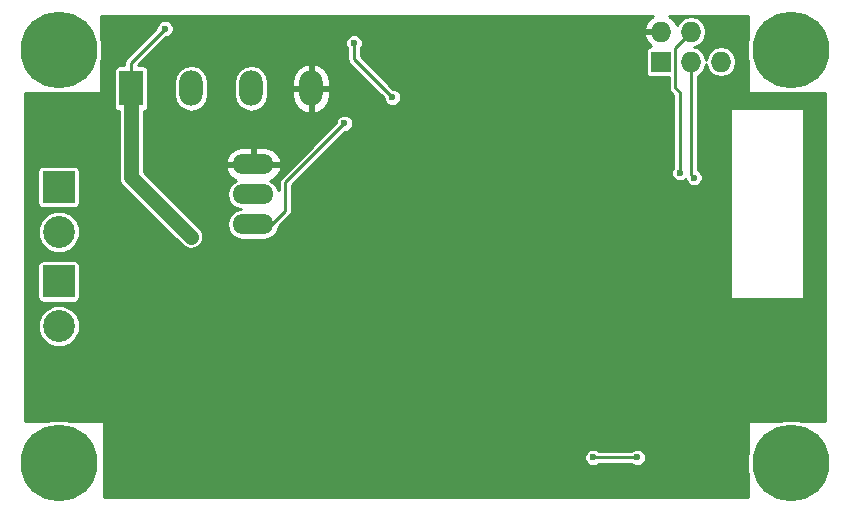
<source format=gbl>
G04 #@! TF.FileFunction,Copper,L2,Bot,Signal*
%FSLAX45Y45*%
G04 Gerber Fmt 4.5, Leading zero omitted, Abs format (unit mm)*
G04 Created by KiCad (PCBNEW (after 2015-may-01 BZR unknown)-product) date 21-May-15 9:37:35 AM*
%MOMM*%
G01*
G04 APERTURE LIST*
%ADD10C,0.100000*%
%ADD11O,3.500120X1.699260*%
%ADD12C,6.500000*%
%ADD13O,2.000000X3.000000*%
%ADD14R,2.000000X3.000000*%
%ADD15C,2.700000*%
%ADD16R,2.700000X2.700000*%
%ADD17R,1.727200X1.727200*%
%ADD18O,1.727200X1.727200*%
%ADD19C,0.600000*%
%ADD20C,1.200000*%
%ADD21C,0.250000*%
%ADD22C,1.250000*%
%ADD23C,0.254000*%
G04 APERTURE END LIST*
D10*
D11*
X8548500Y-9223100D03*
X8548500Y-9477100D03*
X8548500Y-8969100D03*
D12*
X13100000Y-8000000D03*
X6900000Y-8000000D03*
X6900000Y-11500000D03*
X13100000Y-11500000D03*
D13*
X8021000Y-8325000D03*
X8529000Y-8325000D03*
X9037000Y-8325000D03*
D14*
X7513000Y-8325000D03*
D15*
X6900000Y-9540500D03*
D16*
X6900000Y-9159500D03*
D15*
X6900000Y-10340500D03*
D16*
X6900000Y-9959500D03*
D17*
X12000000Y-8100000D03*
D18*
X12000000Y-7846000D03*
X12254000Y-8100000D03*
X12254000Y-7846000D03*
X12508000Y-8100000D03*
D19*
X11425000Y-11450000D03*
X11800000Y-11450000D03*
X10100000Y-10950000D03*
X7900000Y-10950000D03*
X9000000Y-10950000D03*
X9950000Y-7975000D03*
X12400000Y-10800000D03*
D20*
X8020000Y-9580000D03*
D19*
X7800000Y-7820000D03*
X12280000Y-9080000D03*
X12160000Y-9040000D03*
X9320000Y-8620000D03*
X9725000Y-8400000D03*
X9400000Y-7940000D03*
D21*
X11425000Y-11450000D02*
X11800000Y-11450000D01*
D22*
X7513000Y-9073000D02*
X7513000Y-8325000D01*
X8020000Y-9580000D02*
X7513000Y-9073000D01*
D21*
X7800000Y-7820000D02*
X7513000Y-8107000D01*
X7513000Y-8107000D02*
X7513000Y-8325000D01*
X12254000Y-8100000D02*
X12254000Y-9054000D01*
X12254000Y-9054000D02*
X12280000Y-9080000D01*
X12120000Y-7980000D02*
X12254000Y-7846000D01*
X12120000Y-8320000D02*
X12120000Y-7980000D01*
X12160000Y-8360000D02*
X12120000Y-8320000D01*
X12160000Y-9040000D02*
X12160000Y-8360000D01*
X8820000Y-9360000D02*
X8702900Y-9477100D01*
X8820000Y-9120000D02*
X8820000Y-9360000D01*
X9320000Y-8620000D02*
X8820000Y-9120000D01*
X8702900Y-9477100D02*
X8548500Y-9477100D01*
X9400000Y-8075000D02*
X9400000Y-7940000D01*
X9725000Y-8400000D02*
X9400000Y-8075000D01*
D23*
G36*
X13387300Y-11137300D02*
X13212700Y-11137300D01*
X13212700Y-10112700D01*
X13212700Y-8487300D01*
X12587300Y-8487300D01*
X12587300Y-10112700D01*
X13212700Y-10112700D01*
X13212700Y-11137300D01*
X13187434Y-11137300D01*
X13173621Y-11131564D01*
X13027022Y-11131436D01*
X13012831Y-11137300D01*
X12737300Y-11137300D01*
X12737300Y-11412566D01*
X12731564Y-11426379D01*
X12731436Y-11572978D01*
X12737300Y-11587169D01*
X12737300Y-11787300D01*
X11873513Y-11787300D01*
X11873513Y-11435444D01*
X11862347Y-11408420D01*
X11841689Y-11387726D01*
X11814684Y-11376513D01*
X11785444Y-11376487D01*
X11758420Y-11387653D01*
X11752062Y-11394000D01*
X11472952Y-11394000D01*
X11466689Y-11387726D01*
X11439684Y-11376513D01*
X11410444Y-11376487D01*
X11383420Y-11387653D01*
X11362726Y-11408311D01*
X11351513Y-11435316D01*
X11351487Y-11464556D01*
X11362653Y-11491580D01*
X11383311Y-11512274D01*
X11410316Y-11523487D01*
X11439556Y-11523513D01*
X11466580Y-11512347D01*
X11472938Y-11506000D01*
X11752048Y-11506000D01*
X11758311Y-11512274D01*
X11785316Y-11523487D01*
X11814556Y-11523513D01*
X11841580Y-11512347D01*
X11862274Y-11491689D01*
X11873487Y-11464684D01*
X11873513Y-11435444D01*
X11873513Y-11787300D01*
X9798513Y-11787300D01*
X9798513Y-8385444D01*
X9787347Y-8358420D01*
X9766689Y-8337726D01*
X9739684Y-8326513D01*
X9730701Y-8326505D01*
X9456000Y-8051804D01*
X9456000Y-7987952D01*
X9462274Y-7981689D01*
X9473487Y-7954684D01*
X9473513Y-7925444D01*
X9462347Y-7898420D01*
X9441689Y-7877726D01*
X9414684Y-7866513D01*
X9385444Y-7866487D01*
X9358420Y-7877653D01*
X9337726Y-7898311D01*
X9326513Y-7925316D01*
X9326487Y-7954556D01*
X9337653Y-7981580D01*
X9344000Y-7987938D01*
X9344000Y-8075000D01*
X9348263Y-8096430D01*
X9360402Y-8114598D01*
X9651495Y-8405691D01*
X9651487Y-8414556D01*
X9662653Y-8441580D01*
X9683311Y-8462274D01*
X9710316Y-8473487D01*
X9739556Y-8473513D01*
X9766580Y-8462347D01*
X9787274Y-8441689D01*
X9798487Y-8414684D01*
X9798513Y-8385444D01*
X9798513Y-11787300D01*
X9393513Y-11787300D01*
X9393513Y-8605444D01*
X9382347Y-8578420D01*
X9361689Y-8557726D01*
X9334684Y-8546513D01*
X9305444Y-8546487D01*
X9278420Y-8557653D01*
X9257726Y-8578311D01*
X9246513Y-8605316D01*
X9246505Y-8614299D01*
X9200500Y-8660304D01*
X9200500Y-8387700D01*
X9200500Y-8337700D01*
X9200500Y-8312300D01*
X9200500Y-8262300D01*
X9183194Y-8200698D01*
X9143632Y-8150408D01*
X9087836Y-8119086D01*
X9075043Y-8115988D01*
X9049700Y-8127922D01*
X9049700Y-8312300D01*
X9200500Y-8312300D01*
X9200500Y-8337700D01*
X9049700Y-8337700D01*
X9049700Y-8522078D01*
X9075043Y-8534012D01*
X9087836Y-8530914D01*
X9143632Y-8499592D01*
X9183194Y-8449302D01*
X9200500Y-8387700D01*
X9200500Y-8660304D01*
X9024300Y-8836504D01*
X9024300Y-8522078D01*
X9024300Y-8337700D01*
X9024300Y-8312300D01*
X9024300Y-8127922D01*
X8998957Y-8115988D01*
X8986165Y-8119086D01*
X8930368Y-8150408D01*
X8890806Y-8200698D01*
X8873500Y-8262300D01*
X8873500Y-8312300D01*
X9024300Y-8312300D01*
X9024300Y-8337700D01*
X8873500Y-8337700D01*
X8873500Y-8387700D01*
X8890806Y-8449302D01*
X8930368Y-8499592D01*
X8986165Y-8530914D01*
X8998957Y-8534012D01*
X9024300Y-8522078D01*
X9024300Y-8836504D01*
X8780402Y-9080402D01*
X8768263Y-9098570D01*
X8764000Y-9120000D01*
X8764000Y-9186467D01*
X8761508Y-9173939D01*
X8733661Y-9132263D01*
X8693402Y-9105363D01*
X8707091Y-9101402D01*
X8752502Y-9065099D01*
X8780565Y-9014181D01*
X8782654Y-9004783D01*
X8782654Y-8933417D01*
X8780565Y-8924019D01*
X8752502Y-8873101D01*
X8707091Y-8836798D01*
X8672500Y-8826788D01*
X8672500Y-8378791D01*
X8672500Y-8271209D01*
X8661577Y-8216294D01*
X8630470Y-8169739D01*
X8583915Y-8138632D01*
X8529000Y-8127709D01*
X8474085Y-8138632D01*
X8427530Y-8169739D01*
X8396423Y-8216294D01*
X8385500Y-8271209D01*
X8385500Y-8378791D01*
X8396423Y-8433706D01*
X8427530Y-8480261D01*
X8474085Y-8511368D01*
X8529000Y-8522291D01*
X8583915Y-8511368D01*
X8630470Y-8480261D01*
X8661577Y-8433706D01*
X8672500Y-8378791D01*
X8672500Y-8826788D01*
X8651243Y-8820637D01*
X8561200Y-8820637D01*
X8561200Y-8956400D01*
X8770521Y-8956400D01*
X8782654Y-8933417D01*
X8782654Y-9004783D01*
X8770521Y-8981800D01*
X8561200Y-8981800D01*
X8561200Y-8983800D01*
X8535800Y-8983800D01*
X8535800Y-8981800D01*
X8535800Y-8956400D01*
X8535800Y-8820637D01*
X8445757Y-8820637D01*
X8389909Y-8836798D01*
X8344498Y-8873101D01*
X8316435Y-8924019D01*
X8314346Y-8933417D01*
X8326479Y-8956400D01*
X8535800Y-8956400D01*
X8535800Y-8981800D01*
X8326479Y-8981800D01*
X8314346Y-9004783D01*
X8316435Y-9014181D01*
X8344498Y-9065099D01*
X8389909Y-9101402D01*
X8403598Y-9105363D01*
X8363339Y-9132263D01*
X8335492Y-9173939D01*
X8325713Y-9223100D01*
X8335492Y-9272261D01*
X8363339Y-9313937D01*
X8405016Y-9341784D01*
X8446821Y-9350100D01*
X8405016Y-9358416D01*
X8363339Y-9386263D01*
X8335492Y-9427939D01*
X8325713Y-9477100D01*
X8335492Y-9526261D01*
X8363339Y-9567937D01*
X8405016Y-9595784D01*
X8454176Y-9605563D01*
X8642824Y-9605563D01*
X8691985Y-9595784D01*
X8733661Y-9567937D01*
X8761508Y-9526261D01*
X8768603Y-9490593D01*
X8859598Y-9399598D01*
X8871737Y-9381430D01*
X8876000Y-9360000D01*
X8876000Y-9360000D01*
X8876000Y-9359999D01*
X8876000Y-9143196D01*
X9325691Y-8693505D01*
X9334556Y-8693513D01*
X9361580Y-8682347D01*
X9382274Y-8661689D01*
X9393487Y-8634684D01*
X9393513Y-8605444D01*
X9393513Y-11787300D01*
X8164500Y-11787300D01*
X8164500Y-8378791D01*
X8164500Y-8271209D01*
X8153577Y-8216294D01*
X8122470Y-8169739D01*
X8075915Y-8138632D01*
X8021000Y-8127709D01*
X7966085Y-8138632D01*
X7919530Y-8169739D01*
X7888423Y-8216294D01*
X7877500Y-8271209D01*
X7877500Y-8378791D01*
X7888423Y-8433706D01*
X7919530Y-8480261D01*
X7966085Y-8511368D01*
X8021000Y-8522291D01*
X8075915Y-8511368D01*
X8122470Y-8480261D01*
X8153577Y-8433706D01*
X8164500Y-8378791D01*
X8164500Y-11787300D01*
X8126000Y-11787300D01*
X8126000Y-9580000D01*
X8123511Y-9567487D01*
X8123518Y-9559503D01*
X8120442Y-9552059D01*
X8117931Y-9539436D01*
X8110843Y-9528828D01*
X8107794Y-9521449D01*
X8102104Y-9515748D01*
X8094953Y-9505047D01*
X7619000Y-9029093D01*
X7619000Y-8518188D01*
X7629586Y-8516134D01*
X7644164Y-8506558D01*
X7653923Y-8492101D01*
X7657352Y-8475000D01*
X7657352Y-8175000D01*
X7654134Y-8158414D01*
X7644558Y-8143836D01*
X7630101Y-8134077D01*
X7613000Y-8130648D01*
X7569000Y-8130648D01*
X7569000Y-8130196D01*
X7805691Y-7893505D01*
X7814556Y-7893513D01*
X7841580Y-7882347D01*
X7862274Y-7861689D01*
X7873487Y-7834684D01*
X7873513Y-7805444D01*
X7862347Y-7778420D01*
X7841689Y-7757726D01*
X7814684Y-7746513D01*
X7785444Y-7746487D01*
X7758420Y-7757653D01*
X7737726Y-7778311D01*
X7726513Y-7805316D01*
X7726505Y-7814299D01*
X7473402Y-8067402D01*
X7461263Y-8085570D01*
X7457000Y-8107000D01*
X7457000Y-8130648D01*
X7413000Y-8130648D01*
X7396414Y-8133866D01*
X7381836Y-8143442D01*
X7372077Y-8157899D01*
X7368648Y-8175000D01*
X7368648Y-8475000D01*
X7371866Y-8491586D01*
X7381442Y-8506164D01*
X7395899Y-8515923D01*
X7407000Y-8518149D01*
X7407000Y-9073000D01*
X7415069Y-9113565D01*
X7438047Y-9147953D01*
X7945047Y-9654953D01*
X7955655Y-9662041D01*
X7961295Y-9667692D01*
X7968734Y-9670781D01*
X7979436Y-9677931D01*
X7991949Y-9680420D01*
X7999322Y-9683482D01*
X8007376Y-9683489D01*
X8020000Y-9686000D01*
X8032513Y-9683511D01*
X8040497Y-9683518D01*
X8047941Y-9680442D01*
X8060564Y-9677931D01*
X8071172Y-9670843D01*
X8078551Y-9667794D01*
X8084252Y-9662104D01*
X8094953Y-9654953D01*
X8102041Y-9644345D01*
X8107692Y-9638705D01*
X8110781Y-9631266D01*
X8117931Y-9620565D01*
X8120420Y-9608051D01*
X8123482Y-9600678D01*
X8123489Y-9592624D01*
X8126000Y-9580000D01*
X8126000Y-11787300D01*
X7287700Y-11787300D01*
X7287700Y-11137300D01*
X7079352Y-11137300D01*
X7079352Y-10094500D01*
X7079352Y-9824500D01*
X7079352Y-9294500D01*
X7079352Y-9024500D01*
X7076134Y-9007914D01*
X7066558Y-8993336D01*
X7052101Y-8983577D01*
X7035000Y-8980148D01*
X6765000Y-8980148D01*
X6748414Y-8983366D01*
X6733836Y-8992942D01*
X6724077Y-9007399D01*
X6720648Y-9024500D01*
X6720648Y-9294500D01*
X6723866Y-9311086D01*
X6733442Y-9325664D01*
X6747899Y-9335423D01*
X6765000Y-9338852D01*
X7035000Y-9338852D01*
X7051586Y-9335634D01*
X7066164Y-9326058D01*
X7075923Y-9311601D01*
X7079352Y-9294500D01*
X7079352Y-9824500D01*
X7078531Y-9820267D01*
X7078531Y-9505150D01*
X7051413Y-9439520D01*
X7001244Y-9389263D01*
X6935662Y-9362031D01*
X6864650Y-9361969D01*
X6799020Y-9389087D01*
X6748763Y-9439256D01*
X6721531Y-9504838D01*
X6721469Y-9575850D01*
X6748587Y-9641480D01*
X6798756Y-9691737D01*
X6864338Y-9718969D01*
X6935350Y-9719031D01*
X7000980Y-9691913D01*
X7051237Y-9641744D01*
X7078469Y-9576162D01*
X7078531Y-9505150D01*
X7078531Y-9820267D01*
X7076134Y-9807914D01*
X7066558Y-9793336D01*
X7052101Y-9783577D01*
X7035000Y-9780148D01*
X6765000Y-9780148D01*
X6748414Y-9783366D01*
X6733836Y-9792942D01*
X6724077Y-9807399D01*
X6720648Y-9824500D01*
X6720648Y-10094500D01*
X6723866Y-10111086D01*
X6733442Y-10125664D01*
X6747899Y-10135423D01*
X6765000Y-10138852D01*
X7035000Y-10138852D01*
X7051586Y-10135634D01*
X7066164Y-10126058D01*
X7075923Y-10111601D01*
X7079352Y-10094500D01*
X7079352Y-11137300D01*
X7078531Y-11137300D01*
X7078531Y-10305150D01*
X7051413Y-10239520D01*
X7001244Y-10189263D01*
X6935662Y-10162031D01*
X6864650Y-10161969D01*
X6799020Y-10189087D01*
X6748763Y-10239256D01*
X6721531Y-10304838D01*
X6721469Y-10375850D01*
X6748587Y-10441480D01*
X6798756Y-10491737D01*
X6864338Y-10518969D01*
X6935350Y-10519031D01*
X7000980Y-10491913D01*
X7051237Y-10441744D01*
X7078469Y-10376162D01*
X7078531Y-10305150D01*
X7078531Y-11137300D01*
X6987434Y-11137300D01*
X6973621Y-11131564D01*
X6827022Y-11131436D01*
X6812831Y-11137300D01*
X6612700Y-11137300D01*
X6612700Y-8362700D01*
X6812566Y-8362700D01*
X6826379Y-8368436D01*
X6972978Y-8368564D01*
X6987169Y-8362700D01*
X7262700Y-8362700D01*
X7262700Y-8087434D01*
X7268436Y-8073621D01*
X7268564Y-7927022D01*
X7262700Y-7912831D01*
X7262700Y-7712700D01*
X11934652Y-7712700D01*
X11922505Y-7717731D01*
X11879318Y-7757151D01*
X11854503Y-7810097D01*
X11866553Y-7833300D01*
X11987300Y-7833300D01*
X11987300Y-7831300D01*
X12012700Y-7831300D01*
X12012700Y-7833300D01*
X12014700Y-7833300D01*
X12014700Y-7858700D01*
X12012700Y-7858700D01*
X12012700Y-7860700D01*
X11987300Y-7860700D01*
X11987300Y-7858700D01*
X11866553Y-7858700D01*
X11854503Y-7881903D01*
X11879318Y-7934849D01*
X11917048Y-7969288D01*
X11913640Y-7969288D01*
X11897054Y-7972506D01*
X11882476Y-7982082D01*
X11872717Y-7996539D01*
X11869288Y-8013640D01*
X11869288Y-8186360D01*
X11872506Y-8202946D01*
X11882082Y-8217524D01*
X11896539Y-8227283D01*
X11913640Y-8230712D01*
X12064000Y-8230712D01*
X12064000Y-8320000D01*
X12068263Y-8341430D01*
X12080402Y-8359598D01*
X12104000Y-8383196D01*
X12104000Y-8992048D01*
X12097726Y-8998311D01*
X12086513Y-9025316D01*
X12086487Y-9054556D01*
X12097653Y-9081580D01*
X12118311Y-9102274D01*
X12145316Y-9113487D01*
X12174556Y-9113513D01*
X12201580Y-9102347D01*
X12207333Y-9096603D01*
X12217653Y-9121580D01*
X12238311Y-9142274D01*
X12265316Y-9153487D01*
X12294556Y-9153513D01*
X12321580Y-9142347D01*
X12342274Y-9121689D01*
X12353487Y-9094684D01*
X12353513Y-9065444D01*
X12342347Y-9038420D01*
X12321689Y-9017726D01*
X12310000Y-9012872D01*
X12310000Y-8218306D01*
X12345825Y-8194369D01*
X12373975Y-8152239D01*
X12381000Y-8116922D01*
X12388025Y-8152239D01*
X12416175Y-8194369D01*
X12458305Y-8222519D01*
X12508000Y-8232404D01*
X12557695Y-8222519D01*
X12599825Y-8194369D01*
X12627975Y-8152239D01*
X12637860Y-8102544D01*
X12637860Y-8097456D01*
X12627975Y-8047761D01*
X12599825Y-8005631D01*
X12557695Y-7977481D01*
X12508000Y-7967596D01*
X12458305Y-7977481D01*
X12416175Y-8005631D01*
X12388025Y-8047761D01*
X12381000Y-8083078D01*
X12373975Y-8047761D01*
X12345825Y-8005631D01*
X12303695Y-7977481D01*
X12281168Y-7973000D01*
X12303695Y-7968519D01*
X12345825Y-7940369D01*
X12373975Y-7898239D01*
X12383860Y-7848544D01*
X12383860Y-7843456D01*
X12373975Y-7793761D01*
X12345825Y-7751631D01*
X12303695Y-7723481D01*
X12254000Y-7713596D01*
X12204305Y-7723481D01*
X12162175Y-7751631D01*
X12136267Y-7790405D01*
X12120682Y-7757151D01*
X12077495Y-7717731D01*
X12065347Y-7712700D01*
X12737300Y-7712700D01*
X12737300Y-7912566D01*
X12731564Y-7926379D01*
X12731436Y-8072978D01*
X12737300Y-8087169D01*
X12737300Y-8362700D01*
X13012566Y-8362700D01*
X13026379Y-8368436D01*
X13172978Y-8368564D01*
X13187169Y-8362700D01*
X13387300Y-8362700D01*
X13387300Y-11137300D01*
X13387300Y-11137300D01*
G37*
X13387300Y-11137300D02*
X13212700Y-11137300D01*
X13212700Y-10112700D01*
X13212700Y-8487300D01*
X12587300Y-8487300D01*
X12587300Y-10112700D01*
X13212700Y-10112700D01*
X13212700Y-11137300D01*
X13187434Y-11137300D01*
X13173621Y-11131564D01*
X13027022Y-11131436D01*
X13012831Y-11137300D01*
X12737300Y-11137300D01*
X12737300Y-11412566D01*
X12731564Y-11426379D01*
X12731436Y-11572978D01*
X12737300Y-11587169D01*
X12737300Y-11787300D01*
X11873513Y-11787300D01*
X11873513Y-11435444D01*
X11862347Y-11408420D01*
X11841689Y-11387726D01*
X11814684Y-11376513D01*
X11785444Y-11376487D01*
X11758420Y-11387653D01*
X11752062Y-11394000D01*
X11472952Y-11394000D01*
X11466689Y-11387726D01*
X11439684Y-11376513D01*
X11410444Y-11376487D01*
X11383420Y-11387653D01*
X11362726Y-11408311D01*
X11351513Y-11435316D01*
X11351487Y-11464556D01*
X11362653Y-11491580D01*
X11383311Y-11512274D01*
X11410316Y-11523487D01*
X11439556Y-11523513D01*
X11466580Y-11512347D01*
X11472938Y-11506000D01*
X11752048Y-11506000D01*
X11758311Y-11512274D01*
X11785316Y-11523487D01*
X11814556Y-11523513D01*
X11841580Y-11512347D01*
X11862274Y-11491689D01*
X11873487Y-11464684D01*
X11873513Y-11435444D01*
X11873513Y-11787300D01*
X9798513Y-11787300D01*
X9798513Y-8385444D01*
X9787347Y-8358420D01*
X9766689Y-8337726D01*
X9739684Y-8326513D01*
X9730701Y-8326505D01*
X9456000Y-8051804D01*
X9456000Y-7987952D01*
X9462274Y-7981689D01*
X9473487Y-7954684D01*
X9473513Y-7925444D01*
X9462347Y-7898420D01*
X9441689Y-7877726D01*
X9414684Y-7866513D01*
X9385444Y-7866487D01*
X9358420Y-7877653D01*
X9337726Y-7898311D01*
X9326513Y-7925316D01*
X9326487Y-7954556D01*
X9337653Y-7981580D01*
X9344000Y-7987938D01*
X9344000Y-8075000D01*
X9348263Y-8096430D01*
X9360402Y-8114598D01*
X9651495Y-8405691D01*
X9651487Y-8414556D01*
X9662653Y-8441580D01*
X9683311Y-8462274D01*
X9710316Y-8473487D01*
X9739556Y-8473513D01*
X9766580Y-8462347D01*
X9787274Y-8441689D01*
X9798487Y-8414684D01*
X9798513Y-8385444D01*
X9798513Y-11787300D01*
X9393513Y-11787300D01*
X9393513Y-8605444D01*
X9382347Y-8578420D01*
X9361689Y-8557726D01*
X9334684Y-8546513D01*
X9305444Y-8546487D01*
X9278420Y-8557653D01*
X9257726Y-8578311D01*
X9246513Y-8605316D01*
X9246505Y-8614299D01*
X9200500Y-8660304D01*
X9200500Y-8387700D01*
X9200500Y-8337700D01*
X9200500Y-8312300D01*
X9200500Y-8262300D01*
X9183194Y-8200698D01*
X9143632Y-8150408D01*
X9087836Y-8119086D01*
X9075043Y-8115988D01*
X9049700Y-8127922D01*
X9049700Y-8312300D01*
X9200500Y-8312300D01*
X9200500Y-8337700D01*
X9049700Y-8337700D01*
X9049700Y-8522078D01*
X9075043Y-8534012D01*
X9087836Y-8530914D01*
X9143632Y-8499592D01*
X9183194Y-8449302D01*
X9200500Y-8387700D01*
X9200500Y-8660304D01*
X9024300Y-8836504D01*
X9024300Y-8522078D01*
X9024300Y-8337700D01*
X9024300Y-8312300D01*
X9024300Y-8127922D01*
X8998957Y-8115988D01*
X8986165Y-8119086D01*
X8930368Y-8150408D01*
X8890806Y-8200698D01*
X8873500Y-8262300D01*
X8873500Y-8312300D01*
X9024300Y-8312300D01*
X9024300Y-8337700D01*
X8873500Y-8337700D01*
X8873500Y-8387700D01*
X8890806Y-8449302D01*
X8930368Y-8499592D01*
X8986165Y-8530914D01*
X8998957Y-8534012D01*
X9024300Y-8522078D01*
X9024300Y-8836504D01*
X8780402Y-9080402D01*
X8768263Y-9098570D01*
X8764000Y-9120000D01*
X8764000Y-9186467D01*
X8761508Y-9173939D01*
X8733661Y-9132263D01*
X8693402Y-9105363D01*
X8707091Y-9101402D01*
X8752502Y-9065099D01*
X8780565Y-9014181D01*
X8782654Y-9004783D01*
X8782654Y-8933417D01*
X8780565Y-8924019D01*
X8752502Y-8873101D01*
X8707091Y-8836798D01*
X8672500Y-8826788D01*
X8672500Y-8378791D01*
X8672500Y-8271209D01*
X8661577Y-8216294D01*
X8630470Y-8169739D01*
X8583915Y-8138632D01*
X8529000Y-8127709D01*
X8474085Y-8138632D01*
X8427530Y-8169739D01*
X8396423Y-8216294D01*
X8385500Y-8271209D01*
X8385500Y-8378791D01*
X8396423Y-8433706D01*
X8427530Y-8480261D01*
X8474085Y-8511368D01*
X8529000Y-8522291D01*
X8583915Y-8511368D01*
X8630470Y-8480261D01*
X8661577Y-8433706D01*
X8672500Y-8378791D01*
X8672500Y-8826788D01*
X8651243Y-8820637D01*
X8561200Y-8820637D01*
X8561200Y-8956400D01*
X8770521Y-8956400D01*
X8782654Y-8933417D01*
X8782654Y-9004783D01*
X8770521Y-8981800D01*
X8561200Y-8981800D01*
X8561200Y-8983800D01*
X8535800Y-8983800D01*
X8535800Y-8981800D01*
X8535800Y-8956400D01*
X8535800Y-8820637D01*
X8445757Y-8820637D01*
X8389909Y-8836798D01*
X8344498Y-8873101D01*
X8316435Y-8924019D01*
X8314346Y-8933417D01*
X8326479Y-8956400D01*
X8535800Y-8956400D01*
X8535800Y-8981800D01*
X8326479Y-8981800D01*
X8314346Y-9004783D01*
X8316435Y-9014181D01*
X8344498Y-9065099D01*
X8389909Y-9101402D01*
X8403598Y-9105363D01*
X8363339Y-9132263D01*
X8335492Y-9173939D01*
X8325713Y-9223100D01*
X8335492Y-9272261D01*
X8363339Y-9313937D01*
X8405016Y-9341784D01*
X8446821Y-9350100D01*
X8405016Y-9358416D01*
X8363339Y-9386263D01*
X8335492Y-9427939D01*
X8325713Y-9477100D01*
X8335492Y-9526261D01*
X8363339Y-9567937D01*
X8405016Y-9595784D01*
X8454176Y-9605563D01*
X8642824Y-9605563D01*
X8691985Y-9595784D01*
X8733661Y-9567937D01*
X8761508Y-9526261D01*
X8768603Y-9490593D01*
X8859598Y-9399598D01*
X8871737Y-9381430D01*
X8876000Y-9360000D01*
X8876000Y-9360000D01*
X8876000Y-9359999D01*
X8876000Y-9143196D01*
X9325691Y-8693505D01*
X9334556Y-8693513D01*
X9361580Y-8682347D01*
X9382274Y-8661689D01*
X9393487Y-8634684D01*
X9393513Y-8605444D01*
X9393513Y-11787300D01*
X8164500Y-11787300D01*
X8164500Y-8378791D01*
X8164500Y-8271209D01*
X8153577Y-8216294D01*
X8122470Y-8169739D01*
X8075915Y-8138632D01*
X8021000Y-8127709D01*
X7966085Y-8138632D01*
X7919530Y-8169739D01*
X7888423Y-8216294D01*
X7877500Y-8271209D01*
X7877500Y-8378791D01*
X7888423Y-8433706D01*
X7919530Y-8480261D01*
X7966085Y-8511368D01*
X8021000Y-8522291D01*
X8075915Y-8511368D01*
X8122470Y-8480261D01*
X8153577Y-8433706D01*
X8164500Y-8378791D01*
X8164500Y-11787300D01*
X8126000Y-11787300D01*
X8126000Y-9580000D01*
X8123511Y-9567487D01*
X8123518Y-9559503D01*
X8120442Y-9552059D01*
X8117931Y-9539436D01*
X8110843Y-9528828D01*
X8107794Y-9521449D01*
X8102104Y-9515748D01*
X8094953Y-9505047D01*
X7619000Y-9029093D01*
X7619000Y-8518188D01*
X7629586Y-8516134D01*
X7644164Y-8506558D01*
X7653923Y-8492101D01*
X7657352Y-8475000D01*
X7657352Y-8175000D01*
X7654134Y-8158414D01*
X7644558Y-8143836D01*
X7630101Y-8134077D01*
X7613000Y-8130648D01*
X7569000Y-8130648D01*
X7569000Y-8130196D01*
X7805691Y-7893505D01*
X7814556Y-7893513D01*
X7841580Y-7882347D01*
X7862274Y-7861689D01*
X7873487Y-7834684D01*
X7873513Y-7805444D01*
X7862347Y-7778420D01*
X7841689Y-7757726D01*
X7814684Y-7746513D01*
X7785444Y-7746487D01*
X7758420Y-7757653D01*
X7737726Y-7778311D01*
X7726513Y-7805316D01*
X7726505Y-7814299D01*
X7473402Y-8067402D01*
X7461263Y-8085570D01*
X7457000Y-8107000D01*
X7457000Y-8130648D01*
X7413000Y-8130648D01*
X7396414Y-8133866D01*
X7381836Y-8143442D01*
X7372077Y-8157899D01*
X7368648Y-8175000D01*
X7368648Y-8475000D01*
X7371866Y-8491586D01*
X7381442Y-8506164D01*
X7395899Y-8515923D01*
X7407000Y-8518149D01*
X7407000Y-9073000D01*
X7415069Y-9113565D01*
X7438047Y-9147953D01*
X7945047Y-9654953D01*
X7955655Y-9662041D01*
X7961295Y-9667692D01*
X7968734Y-9670781D01*
X7979436Y-9677931D01*
X7991949Y-9680420D01*
X7999322Y-9683482D01*
X8007376Y-9683489D01*
X8020000Y-9686000D01*
X8032513Y-9683511D01*
X8040497Y-9683518D01*
X8047941Y-9680442D01*
X8060564Y-9677931D01*
X8071172Y-9670843D01*
X8078551Y-9667794D01*
X8084252Y-9662104D01*
X8094953Y-9654953D01*
X8102041Y-9644345D01*
X8107692Y-9638705D01*
X8110781Y-9631266D01*
X8117931Y-9620565D01*
X8120420Y-9608051D01*
X8123482Y-9600678D01*
X8123489Y-9592624D01*
X8126000Y-9580000D01*
X8126000Y-11787300D01*
X7287700Y-11787300D01*
X7287700Y-11137300D01*
X7079352Y-11137300D01*
X7079352Y-10094500D01*
X7079352Y-9824500D01*
X7079352Y-9294500D01*
X7079352Y-9024500D01*
X7076134Y-9007914D01*
X7066558Y-8993336D01*
X7052101Y-8983577D01*
X7035000Y-8980148D01*
X6765000Y-8980148D01*
X6748414Y-8983366D01*
X6733836Y-8992942D01*
X6724077Y-9007399D01*
X6720648Y-9024500D01*
X6720648Y-9294500D01*
X6723866Y-9311086D01*
X6733442Y-9325664D01*
X6747899Y-9335423D01*
X6765000Y-9338852D01*
X7035000Y-9338852D01*
X7051586Y-9335634D01*
X7066164Y-9326058D01*
X7075923Y-9311601D01*
X7079352Y-9294500D01*
X7079352Y-9824500D01*
X7078531Y-9820267D01*
X7078531Y-9505150D01*
X7051413Y-9439520D01*
X7001244Y-9389263D01*
X6935662Y-9362031D01*
X6864650Y-9361969D01*
X6799020Y-9389087D01*
X6748763Y-9439256D01*
X6721531Y-9504838D01*
X6721469Y-9575850D01*
X6748587Y-9641480D01*
X6798756Y-9691737D01*
X6864338Y-9718969D01*
X6935350Y-9719031D01*
X7000980Y-9691913D01*
X7051237Y-9641744D01*
X7078469Y-9576162D01*
X7078531Y-9505150D01*
X7078531Y-9820267D01*
X7076134Y-9807914D01*
X7066558Y-9793336D01*
X7052101Y-9783577D01*
X7035000Y-9780148D01*
X6765000Y-9780148D01*
X6748414Y-9783366D01*
X6733836Y-9792942D01*
X6724077Y-9807399D01*
X6720648Y-9824500D01*
X6720648Y-10094500D01*
X6723866Y-10111086D01*
X6733442Y-10125664D01*
X6747899Y-10135423D01*
X6765000Y-10138852D01*
X7035000Y-10138852D01*
X7051586Y-10135634D01*
X7066164Y-10126058D01*
X7075923Y-10111601D01*
X7079352Y-10094500D01*
X7079352Y-11137300D01*
X7078531Y-11137300D01*
X7078531Y-10305150D01*
X7051413Y-10239520D01*
X7001244Y-10189263D01*
X6935662Y-10162031D01*
X6864650Y-10161969D01*
X6799020Y-10189087D01*
X6748763Y-10239256D01*
X6721531Y-10304838D01*
X6721469Y-10375850D01*
X6748587Y-10441480D01*
X6798756Y-10491737D01*
X6864338Y-10518969D01*
X6935350Y-10519031D01*
X7000980Y-10491913D01*
X7051237Y-10441744D01*
X7078469Y-10376162D01*
X7078531Y-10305150D01*
X7078531Y-11137300D01*
X6987434Y-11137300D01*
X6973621Y-11131564D01*
X6827022Y-11131436D01*
X6812831Y-11137300D01*
X6612700Y-11137300D01*
X6612700Y-8362700D01*
X6812566Y-8362700D01*
X6826379Y-8368436D01*
X6972978Y-8368564D01*
X6987169Y-8362700D01*
X7262700Y-8362700D01*
X7262700Y-8087434D01*
X7268436Y-8073621D01*
X7268564Y-7927022D01*
X7262700Y-7912831D01*
X7262700Y-7712700D01*
X11934652Y-7712700D01*
X11922505Y-7717731D01*
X11879318Y-7757151D01*
X11854503Y-7810097D01*
X11866553Y-7833300D01*
X11987300Y-7833300D01*
X11987300Y-7831300D01*
X12012700Y-7831300D01*
X12012700Y-7833300D01*
X12014700Y-7833300D01*
X12014700Y-7858700D01*
X12012700Y-7858700D01*
X12012700Y-7860700D01*
X11987300Y-7860700D01*
X11987300Y-7858700D01*
X11866553Y-7858700D01*
X11854503Y-7881903D01*
X11879318Y-7934849D01*
X11917048Y-7969288D01*
X11913640Y-7969288D01*
X11897054Y-7972506D01*
X11882476Y-7982082D01*
X11872717Y-7996539D01*
X11869288Y-8013640D01*
X11869288Y-8186360D01*
X11872506Y-8202946D01*
X11882082Y-8217524D01*
X11896539Y-8227283D01*
X11913640Y-8230712D01*
X12064000Y-8230712D01*
X12064000Y-8320000D01*
X12068263Y-8341430D01*
X12080402Y-8359598D01*
X12104000Y-8383196D01*
X12104000Y-8992048D01*
X12097726Y-8998311D01*
X12086513Y-9025316D01*
X12086487Y-9054556D01*
X12097653Y-9081580D01*
X12118311Y-9102274D01*
X12145316Y-9113487D01*
X12174556Y-9113513D01*
X12201580Y-9102347D01*
X12207333Y-9096603D01*
X12217653Y-9121580D01*
X12238311Y-9142274D01*
X12265316Y-9153487D01*
X12294556Y-9153513D01*
X12321580Y-9142347D01*
X12342274Y-9121689D01*
X12353487Y-9094684D01*
X12353513Y-9065444D01*
X12342347Y-9038420D01*
X12321689Y-9017726D01*
X12310000Y-9012872D01*
X12310000Y-8218306D01*
X12345825Y-8194369D01*
X12373975Y-8152239D01*
X12381000Y-8116922D01*
X12388025Y-8152239D01*
X12416175Y-8194369D01*
X12458305Y-8222519D01*
X12508000Y-8232404D01*
X12557695Y-8222519D01*
X12599825Y-8194369D01*
X12627975Y-8152239D01*
X12637860Y-8102544D01*
X12637860Y-8097456D01*
X12627975Y-8047761D01*
X12599825Y-8005631D01*
X12557695Y-7977481D01*
X12508000Y-7967596D01*
X12458305Y-7977481D01*
X12416175Y-8005631D01*
X12388025Y-8047761D01*
X12381000Y-8083078D01*
X12373975Y-8047761D01*
X12345825Y-8005631D01*
X12303695Y-7977481D01*
X12281168Y-7973000D01*
X12303695Y-7968519D01*
X12345825Y-7940369D01*
X12373975Y-7898239D01*
X12383860Y-7848544D01*
X12383860Y-7843456D01*
X12373975Y-7793761D01*
X12345825Y-7751631D01*
X12303695Y-7723481D01*
X12254000Y-7713596D01*
X12204305Y-7723481D01*
X12162175Y-7751631D01*
X12136267Y-7790405D01*
X12120682Y-7757151D01*
X12077495Y-7717731D01*
X12065347Y-7712700D01*
X12737300Y-7712700D01*
X12737300Y-7912566D01*
X12731564Y-7926379D01*
X12731436Y-8072978D01*
X12737300Y-8087169D01*
X12737300Y-8362700D01*
X13012566Y-8362700D01*
X13026379Y-8368436D01*
X13172978Y-8368564D01*
X13187169Y-8362700D01*
X13387300Y-8362700D01*
X13387300Y-11137300D01*
M02*

</source>
